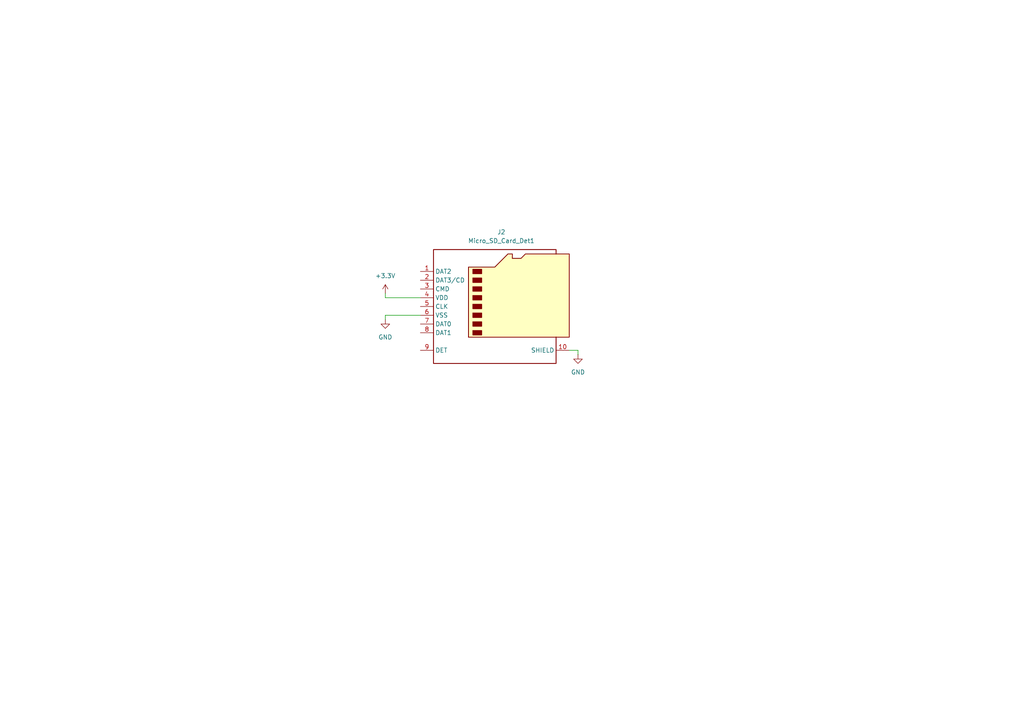
<source format=kicad_sch>
(kicad_sch (version 20250114) (generator "eeschema") (generator_version "9.0")
  (paper "A4")
  (lib_symbols
    (symbol "Connector:Micro_SD_Card_Det1"
      (property "Reference" "J" (at -16.51 17.78 0))
      (property "Value" "Micro_SD_Card_Det1" (at 16.51 17.78 0))
      (symbol "Micro_SD_Card_Det1_0_1"
        (polyline (pts (xy -8.89 -8.89) (xy -8.89 11.43) (xy -1.27 11.43) (xy 2.54 15.24) (xy 3.81 15.24) (xy 3.81 13.97) (xy 6.35 13.97) (xy 7.62 15.24) (xy 20.32 15.24) (xy 20.32 -8.89) (xy -8.89 -8.89)) (stroke (width 0.254)) (fill (type background)))
        (rectangle (start -7.62 10.795) (end -5.08 9.525) (stroke (width 0.254)) (fill (type outline)))
        (rectangle (start -7.62 8.255) (end -5.08 6.985) (stroke (width 0.254)) (fill (type outline)))
        (rectangle (start -7.62 5.715) (end -5.08 4.445) (stroke (width 0.254)) (fill (type outline)))
        (rectangle (start -7.62 3.175) (end -5.08 1.905) (stroke (width 0.254)) (fill (type outline)))
        (rectangle (start -7.62 0.635) (end -5.08 -0.635) (stroke (width 0.254)) (fill (type outline)))
        (rectangle (start -7.62 -1.905) (end -5.08 -3.175) (stroke (width 0.254)) (fill (type outline)))
        (rectangle (start -7.62 -4.445) (end -5.08 -5.715) (stroke (width 0.254)) (fill (type outline)))
        (rectangle (start -7.62 -6.985) (end -5.08 -8.255) (stroke (width 0.254)) (fill (type outline)))
        (polyline (pts (xy 16.51 15.24) (xy 16.51 16.51) (xy -19.05 16.51) (xy -19.05 -16.51) (xy 16.51 -16.51) (xy 16.51 -8.89)) (stroke (width 0.254)))
      )
      (symbol "Micro_SD_Card_Det1_1_1"
        (pin bidirectional line (at -22.86 10.16 0) (length 3.81) (name "DAT2") (number "1"))
        (pin bidirectional line (at -22.86 7.62 0) (length 3.81) (name "DAT3/CD") (number "2"))
        (pin input line (at -22.86 5.08 0) (length 3.81) (name "CMD") (number "3"))
        (pin power_in line (at -22.86 2.54 0) (length 3.81) (name "VDD") (number "4"))
        (pin input line (at -22.86 0 0) (length 3.81) (name "CLK") (number "5"))
        (pin power_in line (at -22.86 -2.54 0) (length 3.81) (name "VSS") (number "6"))
        (pin bidirectional line (at -22.86 -5.08 0) (length 3.81) (name "DAT0") (number "7"))
        (pin bidirectional line (at -22.86 -7.62 0) (length 3.81) (name "DAT1") (number "8"))
        (pin passive line (at -22.86 -12.7 0) (length 3.81) (name "DET") (number "9"))
        (pin passive line (at 20.32 -12.7 180) (length 3.81) (name "SHIELD") (number "10"))
      )
    )
    (symbol "power:+3.3V" (power) (pin_numbers (hide yes)) (pin_names (offset 0) (hide yes))
      (property "Value" "+3.3V" (at 0 3.556 0))
      (symbol "+3.3V_0_1"
        (polyline (pts (xy -0.762 1.27) (xy 0 2.54)))
        (polyline (pts (xy 0 2.54) (xy 0.762 1.27)))
        (polyline (pts (xy 0 0) (xy 0 2.54)))
      )
      (symbol "+3.3V_1_1"
        (pin power_in line (at 0 0 90) (length 0) (name "~") (number "1"))
      )
    )
    (symbol "power:GND" (power) (pin_numbers (hide yes)) (pin_names (offset 0) (hide yes))
      (property "Value" "GND" (at 0 -3.81 0))
      (symbol "GND_0_1"
        (polyline (pts (xy 0 0) (xy 0 -1.27) (xy 1.27 -1.27) (xy 0 -2.54) (xy -1.27 -1.27) (xy 0 -1.27)))
      )
      (symbol "GND_1_1"
        (pin power_in line (at 0 0 270) (length 0) (name "~") (number "1"))
      )
    )
  )
  (wire (pts (xy 111.76 86.36) (xy 121.92 86.36)))
  (wire (pts (xy 165.1 101.6) (xy 167.64 101.6)))
  (wire (pts (xy 111.76 91.44) (xy 111.76 92.71)))
  (wire (pts (xy 167.64 101.6) (xy 167.64 102.87)))
  (wire (pts (xy 121.92 91.44) (xy 111.76 91.44)))
  (wire (pts (xy 111.76 85.09) (xy 111.76 86.36)))
  (symbol (lib_id "power:GND") (at 111.76 92.71 0) (unit 1)
    (property "Reference" "#PWR055" (effects (hide yes)))
    (property "Value" "GND" (at 111.76 97.79 0))
    (property "Description" "Power symbol creates a global label with name \"GND\" , ground" (effects (hide yes)))
  )
  (symbol (lib_id "power:GND") (at 167.64 102.87 0) (unit 1)
    (property "Reference" "#PWR057" (effects (hide yes)))
    (property "Value" "GND" (at 167.64 107.95 0))
    (property "Description" "Power symbol creates a global label with name \"GND\" , ground" (effects (hide yes)))
  )
  (symbol (lib_id "Connector:Micro_SD_Card_Det1") (at 144.78 88.9 0) (unit 1)
    (property "Reference" "J2" (at 145.415 67.31 0))
    (property "Value" "Micro_SD_Card_Det1" (at 145.415 69.85 0))
    (property "Footprint" "Connector_Card:microSD_HC_Hirose_DM3D-SF" (effects (hide yes)))
    (property "Datasheet" "https://datasheet.lcsc.com/lcsc/2110151630_XKB-Connectivity-XKTF-015-N_C381082.pdf" (effects (hide yes)))
    (property "Description" "Micro SD Card Socket with one card detection pin" (effects (hide yes)))
  )
  (symbol (lib_id "power:+3.3V") (at 111.76 85.09 0) (unit 1)
    (property "Reference" "#PWR056" (effects (hide yes)))
    (property "Value" "+3.3V" (at 111.76 80.01 0))
    (property "Description" "Power symbol creates a global label with name \"+3.3V\"" (effects (hide yes)))
  )
)
</source>
